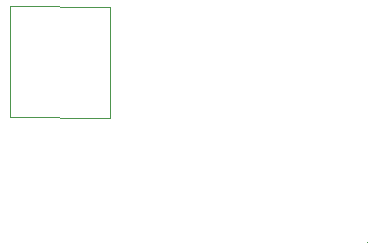
<source format=gbr>
%TF.GenerationSoftware,Altium Limited,Altium Designer,21.2.1 (34)*%
G04 Layer_Color=16711935*
%FSLAX26Y26*%
%MOIN*%
%TF.SameCoordinates,A0A043E5-24E2-464B-A4FE-AC519CE3A301*%
%TF.FilePolarity,Positive*%
%TF.FileFunction,Other,Mechanical_1*%
%TF.Part,Single*%
G01*
G75*
%TA.AperFunction,NonConductor*%
%ADD17C,0.003937*%
D17*
X856299Y669291D02*
X1190885Y666836D01*
Y296757D02*
Y666836D01*
X856299Y299213D02*
X1190885Y296757D01*
X856299Y299213D02*
Y669291D01*
X2047244Y-118110D02*
X2047244Y-118110D01*
%TF.MD5,ba50bb70e9bca20d623197db9285fcf0*%
M02*

</source>
